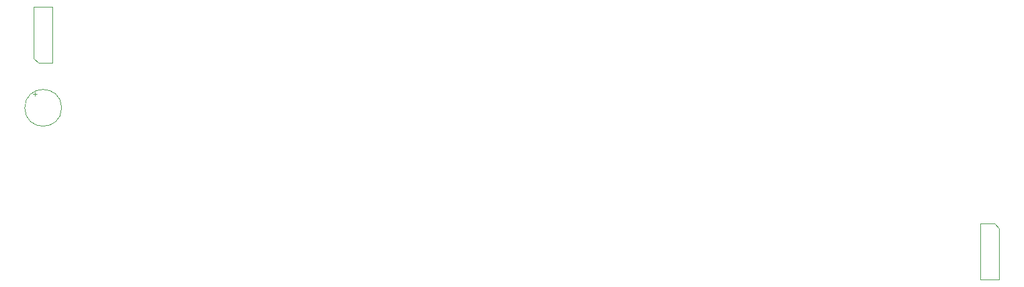
<source format=gbr>
G04 #@! TF.GenerationSoftware,KiCad,Pcbnew,(5.1.5-0-10_14)*
G04 #@! TF.CreationDate,2020-01-20T13:36:02-08:00*
G04 #@! TF.ProjectId,SpectrumAnayzerMini,53706563-7472-4756-9d41-6e61797a6572,rev?*
G04 #@! TF.SameCoordinates,Original*
G04 #@! TF.FileFunction,Other,Fab,Bot*
%FSLAX46Y46*%
G04 Gerber Fmt 4.6, Leading zero omitted, Abs format (unit mm)*
G04 Created by KiCad (PCBNEW (5.1.5-0-10_14)) date 2020-01-20 13:36:02*
%MOMM*%
%LPD*%
G04 APERTURE LIST*
%ADD10C,0.100000*%
G04 APERTURE END LIST*
D10*
X69850000Y-94742000D02*
X70485000Y-95377000D01*
X69850000Y-87757000D02*
X69850000Y-94742000D01*
X72390000Y-87757000D02*
X69850000Y-87757000D01*
X72390000Y-95377000D02*
X72390000Y-87757000D01*
X70485000Y-95377000D02*
X72390000Y-95377000D01*
X69782500Y-99569395D02*
X70282500Y-99569395D01*
X70032500Y-99319395D02*
X70032500Y-99819395D01*
X73620000Y-101453000D02*
G75*
G03X73620000Y-101453000I-2500000J0D01*
G01*
X200914000Y-117856000D02*
X200279000Y-117221000D01*
X200914000Y-124841000D02*
X200914000Y-117856000D01*
X198374000Y-124841000D02*
X200914000Y-124841000D01*
X198374000Y-117221000D02*
X198374000Y-124841000D01*
X200279000Y-117221000D02*
X198374000Y-117221000D01*
M02*

</source>
